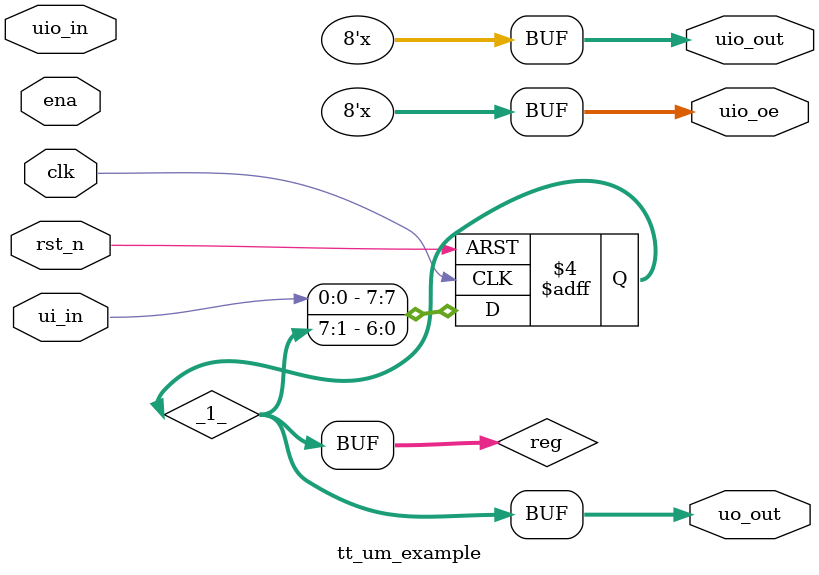
<source format=v>
/* Generated by Yosys 0.59+62 (git sha1 9aa2dde7e, clang++ 18.1.8 -fPIC -O3) */

module tt_um_example(ui_in, uio_in, ena, clk, rst_n, uo_out, uio_out, uio_oe);
  input [7:0] ui_in;
  wire [7:0] ui_in;
  input [7:0] uio_in;
  wire [7:0] uio_in;
  input ena;
  wire ena;
  input clk;
  wire clk;
  input rst_n;
  wire rst_n;
  output [7:0] uo_out;
  wire [7:0] uo_out;
  output [7:0] uio_out;
  wire [7:0] uio_out;
  output [7:0] uio_oe;
  wire [7:0] uio_oe;
  wire _0_;
  reg [7:0] _1_ = 8'h00;
  wire [7:0] \reg ;
  always @(posedge clk, posedge _0_)
    if (_0_) _1_ <= 8'h00;
    else _1_ <= { ui_in[0], \reg [7:1] };
  assign _0_ = ~ rst_n;
  assign \reg  = _1_;
  assign uo_out = \reg ;
  assign uio_out = 8'hzz;
  assign uio_oe = 8'hzz;
endmodule

</source>
